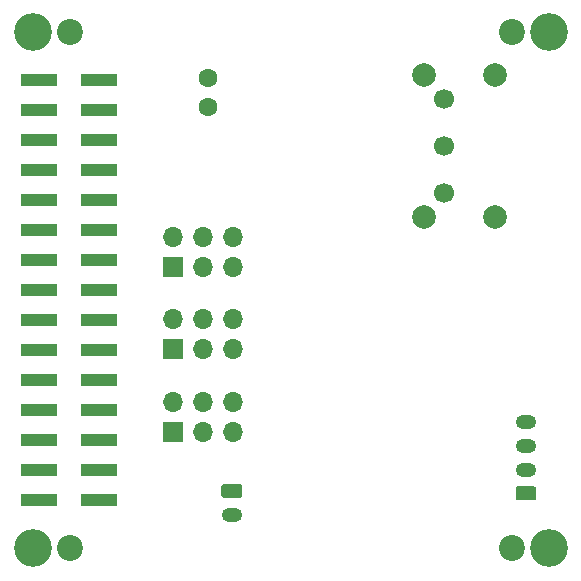
<source format=gbr>
G04 #@! TF.GenerationSoftware,KiCad,Pcbnew,5.1.5+dfsg1-2build2*
G04 #@! TF.CreationDate,2021-06-08T03:42:44+09:00*
G04 #@! TF.ProjectId,m5-pantilt,6d352d70-616e-4746-996c-742e6b696361,1*
G04 #@! TF.SameCoordinates,Original*
G04 #@! TF.FileFunction,Copper,L2,Bot*
G04 #@! TF.FilePolarity,Positive*
%FSLAX46Y46*%
G04 Gerber Fmt 4.6, Leading zero omitted, Abs format (unit mm)*
G04 Created by KiCad (PCBNEW 5.1.5+dfsg1-2build2) date 2021-06-08 03:42:44*
%MOMM*%
%LPD*%
G04 APERTURE LIST*
%ADD10C,0.100000*%
%ADD11O,1.750000X1.200000*%
%ADD12R,1.700000X1.700000*%
%ADD13O,1.700000X1.700000*%
%ADD14R,3.150000X1.000000*%
%ADD15C,1.600000*%
%ADD16C,1.700000*%
%ADD17C,2.000000*%
%ADD18C,2.200000*%
%ADD19C,3.200000*%
G04 APERTURE END LIST*
G04 #@! TA.AperFunction,ComponentPad*
D10*
G36*
X145549505Y-91601204D02*
G01*
X145573773Y-91604804D01*
X145597572Y-91610765D01*
X145620671Y-91619030D01*
X145642850Y-91629520D01*
X145663893Y-91642132D01*
X145683599Y-91656747D01*
X145701777Y-91673223D01*
X145718253Y-91691401D01*
X145732868Y-91711107D01*
X145745480Y-91732150D01*
X145755970Y-91754329D01*
X145764235Y-91777428D01*
X145770196Y-91801227D01*
X145773796Y-91825495D01*
X145775000Y-91849999D01*
X145775000Y-92550001D01*
X145773796Y-92574505D01*
X145770196Y-92598773D01*
X145764235Y-92622572D01*
X145755970Y-92645671D01*
X145745480Y-92667850D01*
X145732868Y-92688893D01*
X145718253Y-92708599D01*
X145701777Y-92726777D01*
X145683599Y-92743253D01*
X145663893Y-92757868D01*
X145642850Y-92770480D01*
X145620671Y-92780970D01*
X145597572Y-92789235D01*
X145573773Y-92795196D01*
X145549505Y-92798796D01*
X145525001Y-92800000D01*
X144274999Y-92800000D01*
X144250495Y-92798796D01*
X144226227Y-92795196D01*
X144202428Y-92789235D01*
X144179329Y-92780970D01*
X144157150Y-92770480D01*
X144136107Y-92757868D01*
X144116401Y-92743253D01*
X144098223Y-92726777D01*
X144081747Y-92708599D01*
X144067132Y-92688893D01*
X144054520Y-92667850D01*
X144044030Y-92645671D01*
X144035765Y-92622572D01*
X144029804Y-92598773D01*
X144026204Y-92574505D01*
X144025000Y-92550001D01*
X144025000Y-91849999D01*
X144026204Y-91825495D01*
X144029804Y-91801227D01*
X144035765Y-91777428D01*
X144044030Y-91754329D01*
X144054520Y-91732150D01*
X144067132Y-91711107D01*
X144081747Y-91691401D01*
X144098223Y-91673223D01*
X144116401Y-91656747D01*
X144136107Y-91642132D01*
X144157150Y-91629520D01*
X144179329Y-91619030D01*
X144202428Y-91610765D01*
X144226227Y-91604804D01*
X144250495Y-91601204D01*
X144274999Y-91600000D01*
X145525001Y-91600000D01*
X145549505Y-91601204D01*
G37*
G04 #@! TD.AperFunction*
D11*
X144900000Y-90200000D03*
X144900000Y-88200000D03*
X144900000Y-86200000D03*
D12*
X115000000Y-80000000D03*
D13*
X115000000Y-77460000D03*
X117540000Y-80000000D03*
X117540000Y-77460000D03*
X120080000Y-80000000D03*
X120080000Y-77460000D03*
D14*
X108725000Y-57220000D03*
X103675000Y-57220000D03*
X108725000Y-59760000D03*
X103675000Y-59760000D03*
X108725000Y-62300000D03*
X103675000Y-62300000D03*
X108725000Y-64840000D03*
X103675000Y-64840000D03*
X108725000Y-67380000D03*
X103675000Y-67380000D03*
X108725000Y-69920000D03*
X103675000Y-69920000D03*
X108725000Y-72460000D03*
X103675000Y-72460000D03*
X108725000Y-75000000D03*
X103675000Y-75000000D03*
X108725000Y-77540000D03*
X103675000Y-77540000D03*
X108725000Y-80080000D03*
X103675000Y-80080000D03*
X108725000Y-82620000D03*
X103675000Y-82620000D03*
X108725000Y-85160000D03*
X103675000Y-85160000D03*
X108725000Y-87700000D03*
X103675000Y-87700000D03*
X108725000Y-90240000D03*
X103675000Y-90240000D03*
X108725000Y-92780000D03*
X103675000Y-92780000D03*
D15*
X118000000Y-57000000D03*
X118000000Y-59500000D03*
D11*
X120000000Y-94000000D03*
G04 #@! TA.AperFunction,ComponentPad*
D10*
G36*
X120649505Y-91401204D02*
G01*
X120673773Y-91404804D01*
X120697572Y-91410765D01*
X120720671Y-91419030D01*
X120742850Y-91429520D01*
X120763893Y-91442132D01*
X120783599Y-91456747D01*
X120801777Y-91473223D01*
X120818253Y-91491401D01*
X120832868Y-91511107D01*
X120845480Y-91532150D01*
X120855970Y-91554329D01*
X120864235Y-91577428D01*
X120870196Y-91601227D01*
X120873796Y-91625495D01*
X120875000Y-91649999D01*
X120875000Y-92350001D01*
X120873796Y-92374505D01*
X120870196Y-92398773D01*
X120864235Y-92422572D01*
X120855970Y-92445671D01*
X120845480Y-92467850D01*
X120832868Y-92488893D01*
X120818253Y-92508599D01*
X120801777Y-92526777D01*
X120783599Y-92543253D01*
X120763893Y-92557868D01*
X120742850Y-92570480D01*
X120720671Y-92580970D01*
X120697572Y-92589235D01*
X120673773Y-92595196D01*
X120649505Y-92598796D01*
X120625001Y-92600000D01*
X119374999Y-92600000D01*
X119350495Y-92598796D01*
X119326227Y-92595196D01*
X119302428Y-92589235D01*
X119279329Y-92580970D01*
X119257150Y-92570480D01*
X119236107Y-92557868D01*
X119216401Y-92543253D01*
X119198223Y-92526777D01*
X119181747Y-92508599D01*
X119167132Y-92488893D01*
X119154520Y-92467850D01*
X119144030Y-92445671D01*
X119135765Y-92422572D01*
X119129804Y-92398773D01*
X119126204Y-92374505D01*
X119125000Y-92350001D01*
X119125000Y-91649999D01*
X119126204Y-91625495D01*
X119129804Y-91601227D01*
X119135765Y-91577428D01*
X119144030Y-91554329D01*
X119154520Y-91532150D01*
X119167132Y-91511107D01*
X119181747Y-91491401D01*
X119198223Y-91473223D01*
X119216401Y-91456747D01*
X119236107Y-91442132D01*
X119257150Y-91429520D01*
X119279329Y-91419030D01*
X119302428Y-91410765D01*
X119326227Y-91404804D01*
X119350495Y-91401204D01*
X119374999Y-91400000D01*
X120625001Y-91400000D01*
X120649505Y-91401204D01*
G37*
G04 #@! TD.AperFunction*
D12*
X115000000Y-73000000D03*
D13*
X115000000Y-70460000D03*
X117540000Y-73000000D03*
X117540000Y-70460000D03*
X120080000Y-73000000D03*
X120080000Y-70460000D03*
D16*
X138000000Y-58800000D03*
X138000000Y-62800000D03*
X138000000Y-66800000D03*
D17*
X142250000Y-68800000D03*
X142250000Y-56800000D03*
X136250000Y-56800000D03*
X136250000Y-68800000D03*
D13*
X120080000Y-84460000D03*
X120080000Y-87000000D03*
X117540000Y-84460000D03*
X117540000Y-87000000D03*
X115000000Y-84460000D03*
D12*
X115000000Y-87000000D03*
D18*
X106300000Y-53150000D03*
D19*
X103150000Y-53150000D03*
X146850000Y-96850000D03*
D18*
X143700000Y-96850000D03*
D19*
X146850000Y-53150000D03*
D18*
X143700000Y-53150000D03*
X106300000Y-96850000D03*
D19*
X103150000Y-96850000D03*
M02*

</source>
